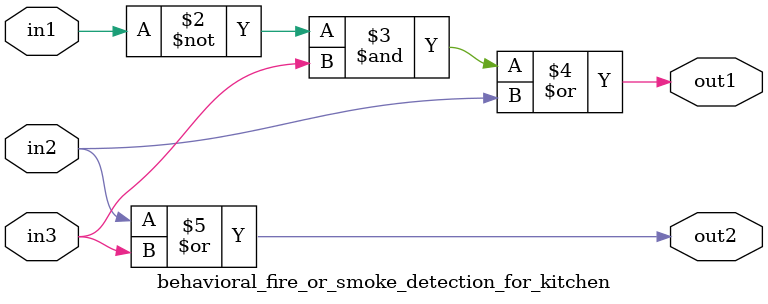
<source format=v>
`timescale 1ns / 1ps


module behavioral_fire_or_smoke_detection_for_kitchen(out1,out2,in1,in2,in3);
input in1,in2,in3;//in1=stove on or off, in2=fire detector, in3=smoke detector
output reg out1,out2;//out1=fire sprinkler on or of, out2=ventilation system

always @(*) begin

out1= (~in1&in3)|in2;
out2= in2|in3;

end

endmodule
//in1   in2  in3   out1      out2
//stove fire smoke sprinkler ventilation
//1     1    1     1         1
//1     0    0     0         0
//0     1    0     1         1
//0     0    1     1         1
//1     1    0     1         1
//0     1    1     1         1
//1     0    1     0         1
//0     0    0     0         0
</source>
